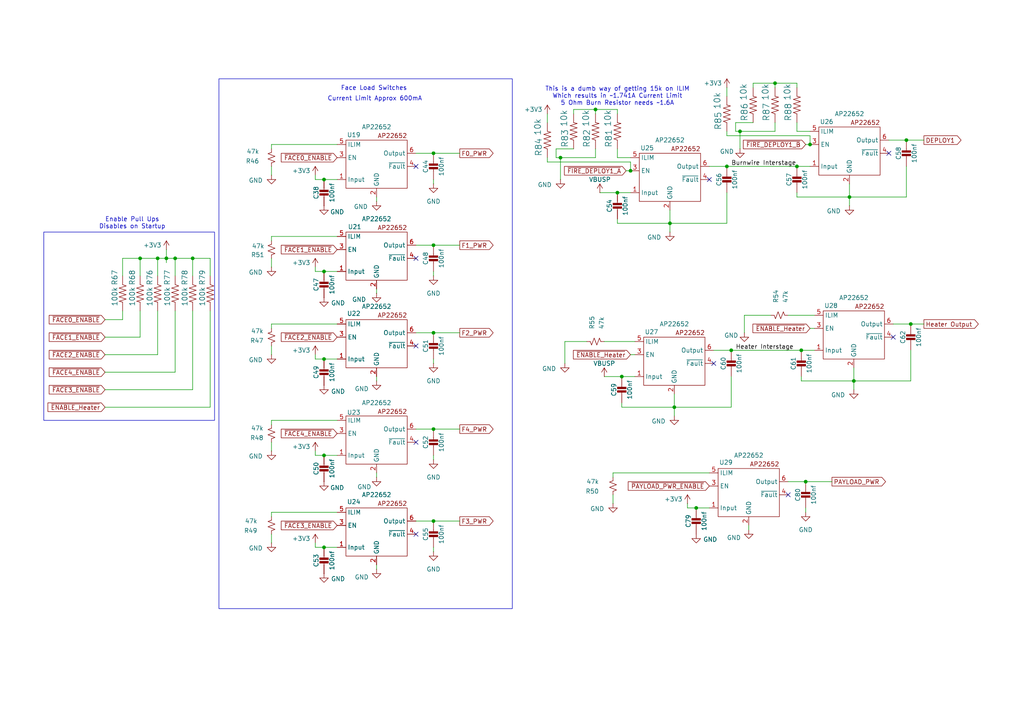
<source format=kicad_sch>
(kicad_sch (version 20250114) (generator "eeschema") (generator_version "9.0")
  (paper "A4")
  (lib_symbols
    (symbol "Adafruit ItsyBitsy RP2040-eagle-import:CAP_CERAMIC_0402NO"
      (property "Reference" "C" (at -2.29 1.25 90))
      (property "Value" "CAP_CERAMIC_0402NO" (at 2.3 1.25 90))
      (symbol "CAP_CERAMIC_0402NO_1_0"
        (rectangle (start -1.27 1.524) (end 1.27 2.032) (fill (type outline)))
        (rectangle (start -1.27 0.508) (end 1.27 1.016) (fill (type outline)))
        (polyline (pts (xy 0 2.54) (xy 0 1.778)) (stroke (width 0.1524)))
        (polyline (pts (xy 0 0.762) (xy 0 0)) (stroke (width 0.1524)))
        (pin passive line (at 0 5.08 270) (length 2.54) (name "1") (number "1"))
        (pin passive line (at 0 -2.54 90) (length 2.54) (name "2") (number "2"))
      )
    )
    (symbol "Device:R_Small_US" (pin_numbers (hide yes)) (pin_names (offset 0.254) (hide yes))
      (property "Reference" "R" (at 0.762 0.508 0))
      (property "Value" "R_Small_US" (at 0.762 -1.016 0))
      (symbol "R_Small_US_1_1"
        (polyline (pts (xy 0 1.524) (xy 1.016 1.143) (xy 0 0.762) (xy -1.016 0.381) (xy 0 0)))
        (polyline (pts (xy 0 0) (xy 1.016 -0.381) (xy 0 -0.762) (xy -1.016 -1.143) (xy 0 -1.524)))
        (pin passive line (at 0 2.54 270) (length 1.016) (name "~") (number "1"))
        (pin passive line (at 0 -2.54 90) (length 1.016) (name "~") (number "2"))
      )
    )
    (symbol "GND_1" (power) (pin_numbers (hide yes)) (pin_names (offset 0) (hide yes))
      (property "Value" "GND" (at 0 -3.81 0))
      (symbol "GND_1_0_1"
        (polyline (pts (xy 0 0) (xy 0 -1.27) (xy 1.27 -1.27) (xy 0 -2.54) (xy -1.27 -1.27) (xy 0 -1.27)))
      )
      (symbol "GND_1_1_1"
        (pin power_in line (at 0 0 270) (length 0) (name "~") (number "1"))
      )
    )
    (symbol "Power_Management:AP22652"
      (property "Reference" "U" (at -7.874 9.906 0))
      (symbol "AP22652_0_1"
        (rectangle (start -8.89 8.89) (end 8.89 -5.08))
      )
      (symbol "AP22652_1_1"
        (text "AP22652" (at 4.572 10.16 0) (effects (font (size 1.27 1.27))))
        (pin input line (at -11.43 7.62 0) (length 2.54) (name "ILIM") (number "5"))
        (pin input line (at -11.43 3.81 0) (length 2.54) (name "EN") (number "3"))
        (pin input line (at -11.43 -2.54 0) (length 2.54) (name "Input") (number "1"))
        (pin input line (at 0 -7.62 90) (length 2.54) (name "GND") (number "2"))
        (pin output line (at 11.43 5.08 180) (length 2.54) (name "Output") (number "6"))
        (pin output line (at 11.43 1.27 180) (length 2.54) (name "~{Fault}") (number "4"))
      )
    )
    (symbol "mainboard:R-US_R0603" (pin_names (offset 1.016))
      (property "Reference" "R" (at -3.81 1.4986 0))
      (property "Value" "R-US_R0603" (at -3.81 -3.302 0))
      (symbol "R-US_R0603_1_0"
        (polyline (pts (xy -2.54 0) (xy -2.159 1.016)))
        (polyline (pts (xy -2.159 1.016) (xy -1.524 -1.016)))
        (polyline (pts (xy -1.524 -1.016) (xy -0.889 1.016)))
        (polyline (pts (xy -0.889 1.016) (xy -0.254 -1.016)))
        (polyline (pts (xy -0.254 -1.016) (xy 0.381 1.016)))
        (polyline (pts (xy 0.381 1.016) (xy 1.016 -1.016)))
        (polyline (pts (xy 1.016 -1.016) (xy 1.651 1.016)))
        (polyline (pts (xy 1.651 1.016) (xy 2.286 -1.016)))
        (polyline (pts (xy 2.286 -1.016) (xy 2.54 0)))
        (pin passive line (at -5.08 0 0) (length 2.54) (name "1") (number "1"))
        (pin passive line (at 5.08 0 180) (length 2.54) (name "2") (number "2"))
      )
    )
    (symbol "mainboard:RESISTOR0603" (pin_names (offset 1.016))
      (property "Reference" "R" (at 0 1.524 0))
      (property "Value" "RESISTOR0603" (at 0 -1.524 0))
      (symbol "RESISTOR0603_1_0"
        (polyline (pts (xy -2.54 0) (xy -2.159 1.016)))
        (polyline (pts (xy -2.159 1.016) (xy -1.524 -1.016)))
        (polyline (pts (xy -1.524 -1.016) (xy -0.889 1.016)))
        (polyline (pts (xy -0.889 1.016) (xy -0.254 -1.016)))
        (polyline (pts (xy -0.254 -1.016) (xy 0.381 1.016)))
        (polyline (pts (xy 0.381 1.016) (xy 1.016 -1.016)))
        (polyline (pts (xy 1.016 -1.016) (xy 1.651 1.016)))
        (polyline (pts (xy 1.651 1.016) (xy 2.286 -1.016)))
        (polyline (pts (xy 2.286 -1.016) (xy 2.54 0)))
        (pin passive line (at -5.08 0 0) (length 2.54) (name "1") (number "1"))
        (pin passive line (at 5.08 0 180) (length 2.54) (name "2") (number "2"))
      )
    )
    (symbol "power:+3V3" (power) (pin_numbers (hide yes)) (pin_names (offset 0) (hide yes))
      (property "Value" "+3V3" (at 0 3.556 0))
      (symbol "+3V3_0_1"
        (polyline (pts (xy -0.762 1.27) (xy 0 2.54)))
        (polyline (pts (xy 0 2.54) (xy 0.762 1.27)))
        (polyline (pts (xy 0 0) (xy 0 2.54)))
      )
      (symbol "+3V3_1_1"
        (pin power_in line (at 0 0 90) (length 0) (name "~") (number "1"))
      )
    )
    (symbol "power:VBUS" (power) (pin_numbers (hide yes)) (pin_names (offset 0) (hide yes))
      (property "Value" "VBUS" (at 0 3.556 0))
      (symbol "VBUS_0_1"
        (polyline (pts (xy -0.762 1.27) (xy 0 2.54)))
        (polyline (pts (xy 0 2.54) (xy 0.762 1.27)))
        (polyline (pts (xy 0 0) (xy 0 2.54)))
      )
      (symbol "VBUS_1_1"
        (pin power_in line (at 0 0 90) (length 0) (name "~") (number "1"))
      )
    )
  )
  (rectangle (start 12.7 67.31) (end 62.23 121.92))
  (rectangle (start 63.5 22.86) (end 148.59 176.53))
  (text "Current Limit Approx 600mA" (at 108.712 28.702 0) (effects (font (size 1.27 1.27))))
  (text "This is a dumb way of getting 15k on ILIM\nWhich results in ~1.741A Current Limit\n5 Ohm Burn Resistor needs ~1.6A" (at 179.07 27.94 0) (effects (font (size 1.27 1.27))))
  (text "Enable Pull Ups\nDisables on Startup" (at 38.354 64.77 0) (effects (font (size 1.27 1.27))))
  (text "Face Load Switches\n" (at 108.458 25.654 0) (effects (font (size 1.27 1.27))))
  (junction (at 45.72 74.93))
  (junction (at 224.79 24.13))
  (junction (at 214.63 38.1))
  (junction (at 125.73 96.52))
  (junction (at 179.07 55.88))
  (junction (at 262.89 40.64))
  (junction (at 201.93 147.32))
  (junction (at 40.64 74.93))
  (junction (at 162.56 45.72))
  (junction (at 180.34 109.22))
  (junction (at 264.16 93.98))
  (junction (at 233.68 139.7))
  (junction (at 212.09 101.6))
  (junction (at 195.58 118.11))
  (junction (at 93.98 132.08))
  (junction (at 93.98 158.75))
  (junction (at 232.41 101.6))
  (junction (at 125.73 124.46))
  (junction (at 93.98 78.74))
  (junction (at 247.65 110.49))
  (junction (at 172.72 31.75))
  (junction (at 246.38 57.15))
  (junction (at 93.98 104.14))
  (junction (at 210.82 48.26))
  (junction (at 194.31 64.77))
  (junction (at 234.95 41.91))
  (junction (at 55.88 74.93))
  (junction (at 182.88 49.53))
  (junction (at 125.73 71.12))
  (junction (at 50.8 74.93))
  (junction (at 125.73 44.45))
  (junction (at 231.14 48.26))
  (junction (at 93.98 52.07))
  (junction (at 125.73 151.13))
  (junction (at 48.26 74.93))
  (no_connect (at 120.65 128.27))
  (no_connect (at 120.65 100.33))
  (no_connect (at 257.81 44.45))
  (no_connect (at 259.08 97.79))
  (no_connect (at 120.65 74.93))
  (no_connect (at 205.74 52.07))
  (no_connect (at 120.65 154.94))
  (no_connect (at 207.01 105.41))
  (no_connect (at 120.65 48.26))
  (no_connect (at 228.6 143.51))
  (wire (pts (xy 163.83 99.06) (xy 163.83 105.41)))
  (wire (pts (xy 233.68 139.7) (xy 241.3 139.7)))
  (wire (pts (xy 262.89 40.64) (xy 267.97 40.64)))
  (wire (pts (xy 78.74 121.92) (xy 97.79 121.92)))
  (wire (pts (xy 232.41 109.22) (xy 232.41 110.49)))
  (wire (pts (xy 40.64 74.93) (xy 40.64 80.01)))
  (wire (pts (xy 210.82 55.88) (xy 210.82 64.77)))
  (wire (pts (xy 218.44 35.56) (xy 213.36 35.56)))
  (wire (pts (xy 50.8 107.95) (xy 50.8 90.17)))
  (wire (pts (xy 125.73 132.08) (xy 125.73 133.35)))
  (wire (pts (xy 213.36 38.1) (xy 214.63 38.1)))
  (wire (pts (xy 78.74 48.26) (xy 78.74 50.8)))
  (wire (pts (xy 35.56 80.01) (xy 35.56 74.93)))
  (wire (pts (xy 182.88 46.99) (xy 158.75 46.99)))
  (wire (pts (xy 233.68 41.91) (xy 234.95 41.91)))
  (wire (pts (xy 93.98 104.14) (xy 97.79 104.14)))
  (wire (pts (xy 212.09 118.11) (xy 195.58 118.11)))
  (wire (pts (xy 30.48 92.71) (xy 35.56 92.71)))
  (wire (pts (xy 78.74 128.27) (xy 78.74 130.81)))
  (wire (pts (xy 210.82 48.26) (xy 231.14 48.26)))
  (wire (pts (xy 97.79 93.98) (xy 78.74 93.98)))
  (wire (pts (xy 40.64 74.93) (xy 45.72 74.93)))
  (wire (pts (xy 60.96 80.01) (xy 60.96 74.93)))
  (wire (pts (xy 91.44 130.81) (xy 91.44 132.08)))
  (wire (pts (xy 35.56 74.93) (xy 40.64 74.93)))
  (wire (pts (xy 120.65 96.52) (xy 125.73 96.52)))
  (wire (pts (xy 182.88 45.72) (xy 179.07 45.72)))
  (wire (pts (xy 55.88 74.93) (xy 50.8 74.93)))
  (wire (pts (xy 91.44 132.08) (xy 93.98 132.08)))
  (wire (pts (xy 231.14 24.13) (xy 224.79 24.13)))
  (wire (pts (xy 161.29 43.18) (xy 161.29 45.72)))
  (wire (pts (xy 199.39 146.05) (xy 199.39 147.32)))
  (wire (pts (xy 177.8 137.16) (xy 177.8 138.43)))
  (wire (pts (xy 194.31 60.96) (xy 194.31 64.77)))
  (wire (pts (xy 205.74 48.26) (xy 210.82 48.26)))
  (wire (pts (xy 120.65 44.45) (xy 125.73 44.45)))
  (wire (pts (xy 78.74 93.98) (xy 78.74 95.25)))
  (wire (pts (xy 264.16 110.49) (xy 247.65 110.49)))
  (wire (pts (xy 180.34 116.84) (xy 180.34 118.11)))
  (wire (pts (xy 125.73 71.12) (xy 133.35 71.12)))
  (wire (pts (xy 158.75 46.99) (xy 158.75 45.72)))
  (wire (pts (xy 60.96 74.93) (xy 55.88 74.93)))
  (wire (pts (xy 218.44 24.13) (xy 218.44 25.4)))
  (wire (pts (xy 246.38 57.15) (xy 246.38 59.69)))
  (wire (pts (xy 195.58 118.11) (xy 195.58 120.65)))
  (wire (pts (xy 179.07 31.75) (xy 172.72 31.75)))
  (wire (pts (xy 161.29 45.72) (xy 162.56 45.72)))
  (wire (pts (xy 231.14 48.26) (xy 234.95 48.26)))
  (wire (pts (xy 93.98 52.07) (xy 97.79 52.07)))
  (wire (pts (xy 179.07 55.88) (xy 182.88 55.88)))
  (wire (pts (xy 45.72 102.87) (xy 45.72 90.17)))
  (wire (pts (xy 162.56 45.72) (xy 172.72 45.72)))
  (wire (pts (xy 125.73 151.13) (xy 133.35 151.13)))
  (wire (pts (xy 78.74 74.93) (xy 78.74 77.47)))
  (wire (pts (xy 210.82 64.77) (xy 194.31 64.77)))
  (wire (pts (xy 246.38 53.34) (xy 246.38 57.15)))
  (wire (pts (xy 231.14 38.1) (xy 231.14 35.56)))
  (wire (pts (xy 40.64 97.79) (xy 40.64 90.17)))
  (wire (pts (xy 109.22 137.16) (xy 109.22 138.43)))
  (wire (pts (xy 97.79 41.91) (xy 78.74 41.91)))
  (wire (pts (xy 264.16 93.98) (xy 267.97 93.98)))
  (wire (pts (xy 207.01 101.6) (xy 212.09 101.6)))
  (wire (pts (xy 30.48 113.03) (xy 55.88 113.03)))
  (wire (pts (xy 45.72 74.93) (xy 45.72 80.01)))
  (wire (pts (xy 179.07 63.5) (xy 179.07 64.77)))
  (wire (pts (xy 231.14 57.15) (xy 246.38 57.15)))
  (wire (pts (xy 199.39 147.32) (xy 201.93 147.32)))
  (wire (pts (xy 60.96 118.11) (xy 30.48 118.11)))
  (wire (pts (xy 91.44 102.87) (xy 91.44 104.14)))
  (wire (pts (xy 262.89 57.15) (xy 246.38 57.15)))
  (wire (pts (xy 78.74 100.33) (xy 78.74 102.87)))
  (wire (pts (xy 259.08 93.98) (xy 264.16 93.98)))
  (wire (pts (xy 55.88 80.01) (xy 55.88 74.93)))
  (wire (pts (xy 213.36 35.56) (xy 213.36 38.1)))
  (wire (pts (xy 78.74 148.59) (xy 78.74 149.86)))
  (wire (pts (xy 48.26 72.39) (xy 48.26 74.93)))
  (wire (pts (xy 172.72 45.72) (xy 172.72 43.18)))
  (wire (pts (xy 125.73 44.45) (xy 133.35 44.45)))
  (wire (pts (xy 48.26 74.93) (xy 50.8 74.93)))
  (wire (pts (xy 210.82 39.37) (xy 210.82 38.1)))
  (wire (pts (xy 179.07 64.77) (xy 194.31 64.77)))
  (wire (pts (xy 195.58 114.3) (xy 195.58 118.11)))
  (wire (pts (xy 182.88 102.87) (xy 184.15 102.87)))
  (wire (pts (xy 247.65 106.68) (xy 247.65 110.49)))
  (wire (pts (xy 60.96 90.17) (xy 60.96 118.11)))
  (wire (pts (xy 233.68 147.32) (xy 233.68 148.59)))
  (wire (pts (xy 91.44 78.74) (xy 93.98 78.74)))
  (wire (pts (xy 48.26 76.2) (xy 48.26 74.93)))
  (wire (pts (xy 172.72 31.75) (xy 166.37 31.75)))
  (wire (pts (xy 30.48 97.79) (xy 40.64 97.79)))
  (wire (pts (xy 93.98 132.08) (xy 97.79 132.08)))
  (wire (pts (xy 231.14 25.4) (xy 231.14 24.13)))
  (wire (pts (xy 257.81 40.64) (xy 262.89 40.64)))
  (wire (pts (xy 247.65 110.49) (xy 247.65 113.03)))
  (wire (pts (xy 163.83 99.06) (xy 170.18 99.06)))
  (wire (pts (xy 125.73 52.07) (xy 125.73 53.34)))
  (wire (pts (xy 228.6 91.44) (xy 236.22 91.44)))
  (wire (pts (xy 97.79 148.59) (xy 78.74 148.59)))
  (wire (pts (xy 214.63 38.1) (xy 214.63 43.18)))
  (wire (pts (xy 194.31 64.77) (xy 194.31 67.31)))
  (wire (pts (xy 109.22 83.82) (xy 109.22 85.09)))
  (wire (pts (xy 91.44 157.48) (xy 91.44 158.75)))
  (wire (pts (xy 231.14 38.1) (xy 234.95 38.1)))
  (wire (pts (xy 232.41 110.49) (xy 247.65 110.49)))
  (wire (pts (xy 166.37 31.75) (xy 166.37 33.02)))
  (wire (pts (xy 30.48 102.87) (xy 45.72 102.87)))
  (wire (pts (xy 215.9 91.44) (xy 215.9 96.52)))
  (wire (pts (xy 264.16 101.6) (xy 264.16 110.49)))
  (wire (pts (xy 78.74 43.18) (xy 78.74 41.91)))
  (wire (pts (xy 55.88 113.03) (xy 55.88 90.17)))
  (wire (pts (xy 177.8 143.51) (xy 177.8 146.05)))
  (wire (pts (xy 91.44 77.47) (xy 91.44 78.74)))
  (wire (pts (xy 172.72 31.75) (xy 172.72 33.02)))
  (wire (pts (xy 91.44 50.8) (xy 91.44 52.07)))
  (wire (pts (xy 173.99 55.88) (xy 179.07 55.88)))
  (wire (pts (xy 109.22 57.15) (xy 109.22 58.42)))
  (wire (pts (xy 232.41 101.6) (xy 236.22 101.6)))
  (wire (pts (xy 125.73 104.14) (xy 125.73 105.41)))
  (wire (pts (xy 125.73 96.52) (xy 133.35 96.52)))
  (wire (pts (xy 215.9 91.44) (xy 223.52 91.44)))
  (wire (pts (xy 180.34 118.11) (xy 195.58 118.11)))
  (wire (pts (xy 50.8 80.01) (xy 50.8 74.93)))
  (wire (pts (xy 78.74 121.92) (xy 78.74 123.19)))
  (wire (pts (xy 30.48 107.95) (xy 50.8 107.95)))
  (wire (pts (xy 205.74 137.16) (xy 177.8 137.16)))
  (wire (pts (xy 120.65 71.12) (xy 125.73 71.12)))
  (wire (pts (xy 234.95 41.91) (xy 234.95 39.37)))
  (wire (pts (xy 91.44 104.14) (xy 93.98 104.14)))
  (wire (pts (xy 125.73 124.46) (xy 133.35 124.46)))
  (wire (pts (xy 201.93 147.32) (xy 205.74 147.32)))
  (wire (pts (xy 228.6 139.7) (xy 233.68 139.7)))
  (wire (pts (xy 175.26 109.22) (xy 180.34 109.22)))
  (wire (pts (xy 78.74 68.58) (xy 97.79 68.58)))
  (wire (pts (xy 162.56 45.72) (xy 162.56 52.07)))
  (wire (pts (xy 125.73 158.75) (xy 125.73 160.02)))
  (wire (pts (xy 214.63 38.1) (xy 224.79 38.1)))
  (wire (pts (xy 234.95 95.25) (xy 236.22 95.25)))
  (wire (pts (xy 91.44 52.07) (xy 93.98 52.07)))
  (wire (pts (xy 120.65 124.46) (xy 125.73 124.46)))
  (wire (pts (xy 45.72 74.93) (xy 48.26 74.93)))
  (wire (pts (xy 125.73 78.74) (xy 125.73 80.01)))
  (wire (pts (xy 262.89 48.26) (xy 262.89 57.15)))
  (wire (pts (xy 234.95 39.37) (xy 210.82 39.37)))
  (wire (pts (xy 158.75 33.02) (xy 158.75 35.56)))
  (wire (pts (xy 179.07 45.72) (xy 179.07 43.18)))
  (wire (pts (xy 35.56 92.71) (xy 35.56 90.17)))
  (wire (pts (xy 166.37 43.18) (xy 161.29 43.18)))
  (wire (pts (xy 224.79 38.1) (xy 224.79 35.56)))
  (wire (pts (xy 78.74 68.58) (xy 78.74 69.85)))
  (wire (pts (xy 212.09 109.22) (xy 212.09 118.11)))
  (wire (pts (xy 78.74 154.94) (xy 78.74 157.48)))
  (wire (pts (xy 91.44 158.75) (xy 93.98 158.75)))
  (wire (pts (xy 180.34 109.22) (xy 184.15 109.22)))
  (wire (pts (xy 212.09 101.6) (xy 232.41 101.6)))
  (wire (pts (xy 175.26 99.06) (xy 184.15 99.06)))
  (wire (pts (xy 224.79 24.13) (xy 224.79 25.4)))
  (wire (pts (xy 182.88 49.53) (xy 182.88 46.99)))
  (wire (pts (xy 217.17 152.4) (xy 217.17 153.67)))
  (wire (pts (xy 181.61 49.53) (xy 182.88 49.53)))
  (wire (pts (xy 109.22 109.22) (xy 109.22 110.49)))
  (wire (pts (xy 179.07 33.02) (xy 179.07 31.75)))
  (wire (pts (xy 224.79 24.13) (xy 218.44 24.13)))
  (wire (pts (xy 120.65 151.13) (xy 125.73 151.13)))
  (wire (pts (xy 93.98 78.74) (xy 97.79 78.74)))
  (wire (pts (xy 93.98 158.75) (xy 97.79 158.75)))
  (wire (pts (xy 109.22 163.83) (xy 109.22 165.1)))
  (wire (pts (xy 210.82 25.4) (xy 210.82 27.94)))
  (wire (pts (xy 231.14 55.88) (xy 231.14 57.15)))
  (label "Burnwire Interstage" (at 212.09 48.26 0))
  (label "Heater Interstage" (at 213.36 101.6 0))
  (global_label "~{FACE0_ENABLE}" (shape input) (at 97.79 45.72 180) (property "Intersheetrefs" "${INTERSHEET_REFS}" (effects (hide yes))))
  (global_label "F3_PWR" (shape output) (at 133.35 151.13 0) (property "Intersheetrefs" "${INTERSHEET_REFS}" (effects (hide yes))))
  (global_label "~{FACE1_ENABLE}" (shape input) (at 97.79 72.39 180) (property "Intersheetrefs" "${INTERSHEET_REFS}" (effects (hide yes))))
  (global_label "DEPLOY1" (shape output) (at 267.97 40.64 0) (property "Intersheetrefs" "${INTERSHEET_REFS}" (effects (hide yes))))
  (global_label "~{PAYLOAD_PWR_ENABLE}" (shape input) (at 205.74 140.97 180) (property "Intersheetrefs" "${INTERSHEET_REFS}" (effects (hide yes))))
  (global_label "Heater Output" (shape output) (at 267.97 93.98 0) (property "Intersheetrefs" "${INTERSHEET_REFS}" (effects (hide yes))))
  (global_label "~{FIRE_DEPLOY1_B}" (shape input) (at 233.68 41.91 180) (property "Intersheetrefs" "${INTERSHEET_REFS}" (effects (hide yes))))
  (global_label "~{FACE1_ENABLE}" (shape input) (at 30.48 97.79 180) (property "Intersheetrefs" "${INTERSHEET_REFS}" (effects (hide yes))))
  (global_label "~{ENABLE_Heater}" (shape input) (at 182.88 102.87 180) (property "Intersheetrefs" "${INTERSHEET_REFS}" (effects (hide yes))))
  (global_label "~{ENABLE_Heater}" (shape input) (at 234.95 95.25 180) (property "Intersheetrefs" "${INTERSHEET_REFS}" (effects (hide yes))))
  (global_label "~{FACE4_ENABLE}" (shape input) (at 97.79 125.73 180) (property "Intersheetrefs" "${INTERSHEET_REFS}" (effects (hide yes))))
  (global_label "F0_PWR" (shape output) (at 133.35 44.45 0) (property "Intersheetrefs" "${INTERSHEET_REFS}" (effects (hide yes))))
  (global_label "~{FACE4_ENABLE}" (shape input) (at 30.48 107.95 180) (property "Intersheetrefs" "${INTERSHEET_REFS}" (effects (hide yes))))
  (global_label "~{FACE3_ENABLE}" (shape input) (at 97.79 152.4 180) (property "Intersheetrefs" "${INTERSHEET_REFS}" (effects (hide yes))))
  (global_label "PAYLOAD_PWR" (shape output) (at 241.3 139.7 0) (property "Intersheetrefs" "${INTERSHEET_REFS}" (effects (hide yes))))
  (global_label "~{FIRE_DEPLOY1_A}" (shape input) (at 181.61 49.53 180) (property "Intersheetrefs" "${INTERSHEET_REFS}" (effects (hide yes))))
  (global_label "~{FACE2_ENABLE}" (shape input) (at 30.48 102.87 180) (property "Intersheetrefs" "${INTERSHEET_REFS}" (effects (hide yes))))
  (global_label "F1_PWR" (shape output) (at 133.35 71.12 0) (property "Intersheetrefs" "${INTERSHEET_REFS}" (effects (hide yes))))
  (global_label "F4_PWR" (shape output) (at 133.35 124.46 0) (property "Intersheetrefs" "${INTERSHEET_REFS}" (effects (hide yes))))
  (global_label "~{FACE0_ENABLE}" (shape input) (at 30.48 92.71 180) (property "Intersheetrefs" "${INTERSHEET_REFS}" (effects (hide yes))))
  (global_label "F2_PWR" (shape output) (at 133.35 96.52 0) (property "Intersheetrefs" "${INTERSHEET_REFS}" (effects (hide yes))))
  (global_label "~{FACE3_ENABLE}" (shape input) (at 30.48 113.03 180) (property "Intersheetrefs" "${INTERSHEET_REFS}" (effects (hide yes))))
  (global_label "~{ENABLE_Heater}" (shape input) (at 30.48 118.11 180) (property "Intersheetrefs" "${INTERSHEET_REFS}" (effects (hide yes))))
  (global_label "~{FACE2_ENABLE}" (shape input) (at 97.79 97.79 180) (property "Intersheetrefs" "${INTERSHEET_REFS}" (effects (hide yes))))
  (symbol (lib_id "Device:R_Small_US") (at 226.06 91.44 90) (mirror x) (unit 1)
    (property "Reference" "R54" (at 225.044 87.884 0) (effects (justify right)))
    (property "Value" "47k" (at 227.838 87.884 0) (effects (justify right)))
    (property "Footprint" "Resistor_SMD:R_0603_1608Metric" (effects (hide yes)))
    (property "Description" "47 kOhms ±1% 0.1W, 1/10W Chip Resistor 0603 (1608 Metric) Automotive AEC-Q200 Thick Film" (effects (hide yes)))
    (property "DPN" "RMCF0603FT47K0CT-ND" (effects (hide yes)))
    (property "DST" "Digi-Key" (effects (hide yes)))
    (property "MFR" "Stackpole Electronics Inc" (effects (hide yes)))
    (property "MPN" "RMCF0603FT47K0" (effects (hide yes)))
  )
  (symbol (lib_name "GND_1") (lib_id "power:GND") (at 78.74 50.8 0) (unit 1)
    (property "Reference" "#PWR0133" (effects (hide yes)))
    (property "Value" "GND" (at 74.168 52.324 0))
    (property "Description" "Power symbol creates a global label with name \"GND\" , ground" (effects (hide yes)))
  )
  (symbol (lib_name "GND_1") (lib_id "power:GND") (at 215.9 96.52 0) (unit 1)
    (property "Reference" "#PWR0154" (effects (hide yes)))
    (property "Value" "GND" (at 212.09 97.282 0))
    (property "Description" "Power symbol creates a global label with name \"GND\" , ground" (effects (hide yes)))
  )
  (symbol (lib_id "Adafruit ItsyBitsy RP2040-eagle-import:CAP_CERAMIC_0402NO") (at 179.07 60.96 0) (unit 1)
    (property "Reference" "C54" (at 176.78 59.71 90))
    (property "Value" "100nf" (at 181.37 59.71 90))
    (property "Footprint" "Capacitor_SMD:C_0402_1005Metric" (effects (hide yes)))
  )
  (symbol (lib_id "power:+3V3") (at 199.39 146.05 0) (unit 1)
    (property "Reference" "#PWR0161" (effects (hide yes)))
    (property "Value" "+3V3" (at 195.326 144.78 0))
    (property "Description" "Power symbol creates a global label with name \"+3V3\"" (effects (hide yes)))
  )
  (symbol (lib_name "GND_1") (lib_id "power:GND") (at 93.98 111.76 0) (unit 1)
    (property "Reference" "#PWR0127" (effects (hide yes)))
    (property "Value" "GND" (at 98.044 113.538 0))
    (property "Description" "Power symbol creates a global label with name \"GND\" , ground" (effects (hide yes)))
  )
  (symbol (lib_id "Power_Management:AP22652") (at 246.38 45.72 0) (unit 1)
    (property "Reference" "U26" (at 239.776 35.306 0))
    (property "Value" "AP22652" (at 246.38 33.02 0))
    (property "Footprint" "SOT26:SOT26" (effects (hide yes)))
  )
  (symbol (lib_id "mainboard:RESISTOR0603") (at 166.37 38.1 90) (unit 1)
    (property "Reference" "R83" (at 164.846 40.132 0) (effects (font (size 1.778 1.778)) (justify bottom)))
    (property "Value" "10k" (at 162.56 34.29 0) (effects (font (size 1.778 1.778)) (justify top)))
    (property "Footprint" "Resistor_SMD:R_0603_1608Metric" (effects (hide yes)))
    (property "Description" "100K 0603" (effects (hide yes)))
  )
  (symbol (lib_id "Adafruit ItsyBitsy RP2040-eagle-import:CAP_CERAMIC_0402NO") (at 125.73 129.54 0) (unit 1)
    (property "Reference" "C52" (at 123.44 128.29 90))
    (property "Value" "100nf" (at 128.03 128.29 90))
    (property "Footprint" "Capacitor_SMD:C_0402_1005Metric" (effects (hide yes)))
  )
  (symbol (lib_id "Adafruit ItsyBitsy RP2040-eagle-import:CAP_CERAMIC_0402NO") (at 210.82 53.34 0) (unit 1)
    (property "Reference" "C56" (at 208.53 52.09 90))
    (property "Value" "100nf" (at 213.12 52.09 90))
    (property "Footprint" "Capacitor_SMD:C_0402_1005Metric" (effects (hide yes)))
  )
  (symbol (lib_id "mainboard:RESISTOR0603") (at 179.07 38.1 90) (unit 1)
    (property "Reference" "R81" (at 177.546 40.132 0) (effects (font (size 1.778 1.778)) (justify bottom)))
    (property "Value" "10k" (at 175.26 34.29 0) (effects (font (size 1.778 1.778)) (justify top)))
    (property "Footprint" "Resistor_SMD:R_0603_1608Metric" (effects (hide yes)))
    (property "Description" "100K 0603" (effects (hide yes)))
  )
  (symbol (lib_id "Device:R_Small_US") (at 78.74 97.79 0) (mirror x) (unit 1)
    (property "Reference" "R47" (at 76.454 98.806 0) (effects (justify right)))
    (property "Value" "47k" (at 76.454 96.012 0) (effects (justify right)))
    (property "Footprint" "Resistor_SMD:R_0603_1608Metric" (effects (hide yes)))
    (property "Description" "47 kOhms ±1% 0.1W, 1/10W Chip Resistor 0603 (1608 Metric) Automotive AEC-Q200 Thick Film" (effects (hide yes)))
    (property "DPN" "RMCF0603FT47K0CT-ND" (effects (hide yes)))
    (property "DST" "Digi-Key" (effects (hide yes)))
    (property "MFR" "Stackpole Electronics Inc" (effects (hide yes)))
    (property "MPN" "RMCF0603FT47K0" (effects (hide yes)))
  )
  (symbol (lib_id "Power_Management:AP22652") (at 217.17 144.78 0) (unit 1)
    (property "Reference" "U29" (at 210.566 134.112 0))
    (property "Value" "AP22652" (at 217.17 132.08 0))
    (property "Footprint" "SOT26:SOT26" (effects (hide yes)))
  )
  (symbol (lib_id "mainboard:R-US_R0603") (at 55.88 85.09 270) (unit 1)
    (property "Reference" "R78" (at 53.594 82.804 0) (effects (font (size 1.4986 1.4986)) (justify right)))
    (property "Value" "100k" (at 53.594 88.9 0) (effects (font (size 1.4986 1.4986)) (justify right)))
    (property "Footprint" "Resistor_SMD:R_0603_1608Metric" (effects (hide yes)))
    (property "Description" "787K 0603" (effects (hide yes)))
  )
  (symbol (lib_name "GND_1") (lib_id "power:GND") (at 109.22 85.09 0) (unit 1)
    (property "Reference" "#PWR0123" (effects (hide yes)))
    (property "Value" "GND" (at 104.14 86.868 0))
    (property "Description" "Power symbol creates a global label with name \"GND\" , ground" (effects (hide yes)))
  )
  (symbol (lib_id "Power_Management:AP22652") (at 109.22 101.6 0) (unit 1)
    (property "Reference" "U22" (at 102.616 90.932 0))
    (property "Value" "AP22652" (at 109.22 88.9 0))
    (property "Footprint" "SOT26:SOT26" (effects (hide yes)))
  )
  (symbol (lib_name "GND_1") (lib_id "power:GND") (at 194.31 67.31 0) (unit 1)
    (property "Reference" "#PWR0145" (effects (hide yes)))
    (property "Value" "GND" (at 189.738 68.834 0))
    (property "Description" "Power symbol creates a global label with name \"GND\" , ground" (effects (hide yes)))
  )
  (symbol (lib_name "GND_1") (lib_id "power:GND") (at 93.98 166.37 0) (unit 1)
    (property "Reference" "#PWR0136" (effects (hide yes)))
    (property "Value" "GND" (at 98.044 167.894 0))
    (property "Description" "Power symbol creates a global label with name \"GND\" , ground" (effects (hide yes)))
  )
  (symbol (lib_name "GND_1") (lib_id "power:GND") (at 125.73 160.02 0) (unit 1)
    (property "Reference" "#PWR0140" (effects (hide yes)))
    (property "Value" "GND" (at 125.73 165.1 0))
    (property "Description" "Power symbol creates a global label with name \"GND\" , ground" (effects (hide yes)))
  )
  (symbol (lib_name "GND_1") (lib_id "power:GND") (at 109.22 58.42 0) (unit 1)
    (property "Reference" "#PWR0117" (effects (hide yes)))
    (property "Value" "GND" (at 104.648 59.944 0))
    (property "Description" "Power symbol creates a global label with name \"GND\" , ground" (effects (hide yes)))
  )
  (symbol (lib_name "GND_1") (lib_id "power:GND") (at 93.98 59.69 0) (unit 1)
    (property "Reference" "#PWR0119" (effects (hide yes)))
    (property "Value" "GND" (at 97.79 61.468 0))
    (property "Description" "Power symbol creates a global label with name \"GND\" , ground" (effects (hide yes)))
  )
  (symbol (lib_id "power:+3V3") (at 48.26 72.39 0) (unit 1)
    (property "Reference" "#PWR0149" (effects (hide yes)))
    (property "Value" "+3V3" (at 44.196 71.12 0))
    (property "Description" "Power symbol creates a global label with name \"+3V3\"" (effects (hide yes)))
  )
  (symbol (lib_name "GND_1") (lib_id "power:GND") (at 93.98 139.7 0) (unit 1)
    (property "Reference" "#PWR0128" (effects (hide yes)))
    (property "Value" "GND" (at 97.79 141.478 0))
    (property "Description" "Power symbol creates a global label with name \"GND\" , ground" (effects (hide yes)))
  )
  (symbol (lib_id "Adafruit ItsyBitsy RP2040-eagle-import:CAP_CERAMIC_0402NO") (at 262.89 45.72 0) (unit 1)
    (property "Reference" "C58" (at 260.6 44.47 90))
    (property "Value" "100nf" (at 265.19 44.47 90))
    (property "Footprint" "Capacitor_SMD:C_0402_1005Metric" (effects (hide yes)))
  )
  (symbol (lib_id "power:+3V3") (at 91.44 77.47 0) (unit 1)
    (property "Reference" "#PWR0121" (effects (hide yes)))
    (property "Value" "+3V3" (at 87.376 76.2 0))
    (property "Description" "Power symbol creates a global label with name \"+3V3\"" (effects (hide yes)))
  )
  (symbol (lib_id "Power_Management:AP22652") (at 109.22 129.54 0) (unit 1)
    (property "Reference" "U23" (at 102.616 119.634 0))
    (property "Value" "AP22652" (at 109.22 116.84 0))
    (property "Footprint" "SOT26:SOT26" (effects (hide yes)))
  )
  (symbol (lib_id "Adafruit ItsyBitsy RP2040-eagle-import:CAP_CERAMIC_0402NO") (at 93.98 83.82 0) (unit 1)
    (property "Reference" "C47" (at 91.69 82.57 90))
    (property "Value" "100nf" (at 96.28 82.57 90))
    (property "Footprint" "Capacitor_SMD:C_0402_1005Metric" (effects (hide yes)))
  )
  (symbol (lib_id "Device:R_Small_US") (at 78.74 152.4 0) (mirror x) (unit 1)
    (property "Reference" "R49" (at 74.676 153.924 0) (effects (justify right)))
    (property "Value" "47k" (at 74.676 151.13 0) (effects (justify right)))
    (property "Footprint" "Resistor_SMD:R_0603_1608Metric" (effects (hide yes)))
    (property "Description" "47 kOhms ±1% 0.1W, 1/10W Chip Resistor 0603 (1608 Metric) Automotive AEC-Q200 Thick Film" (effects (hide yes)))
    (property "DPN" "RMCF0603FT47K0CT-ND" (effects (hide yes)))
    (property "DST" "Digi-Key" (effects (hide yes)))
    (property "MFR" "Stackpole Electronics Inc" (effects (hide yes)))
    (property "MPN" "RMCF0603FT47K0" (effects (hide yes)))
  )
  (symbol (lib_id "Adafruit ItsyBitsy RP2040-eagle-import:CAP_CERAMIC_0402NO") (at 264.16 99.06 0) (unit 1)
    (property "Reference" "C62" (at 261.87 97.81 90))
    (property "Value" "100nf" (at 266.46 97.81 90))
    (property "Footprint" "Capacitor_SMD:C_0402_1005Metric" (effects (hide yes)))
  )
  (symbol (lib_name "GND_1") (lib_id "power:GND") (at 233.68 148.59 0) (unit 1)
    (property "Reference" "#PWR0164" (effects (hide yes)))
    (property "Value" "GND" (at 233.68 153.67 0))
    (property "Description" "Power symbol creates a global label with name \"GND\" , ground" (effects (hide yes)))
  )
  (symbol (lib_name "GND_1") (lib_id "power:GND") (at 125.73 53.34 0) (unit 1)
    (property "Reference" "#PWR0118" (effects (hide yes)))
    (property "Value" "GND" (at 125.73 58.42 0))
    (property "Description" "Power symbol creates a global label with name \"GND\" , ground" (effects (hide yes)))
  )
  (symbol (lib_name "GND_1") (lib_id "power:GND") (at 201.93 154.94 0) (unit 1)
    (property "Reference" "#PWR0162" (effects (hide yes)))
    (property "Value" "GND" (at 205.994 156.464 0))
    (property "Description" "Power symbol creates a global label with name \"GND\" , ground" (effects (hide yes)))
  )
  (symbol (lib_id "mainboard:RESISTOR0603") (at 172.72 38.1 90) (unit 1)
    (property "Reference" "R82" (at 171.196 40.132 0) (effects (font (size 1.778 1.778)) (justify bottom)))
    (property "Value" "10k" (at 168.91 34.29 0) (effects (font (size 1.778 1.778)) (justify top)))
    (property "Footprint" "Resistor_SMD:R_0603_1608Metric" (effects (hide yes)))
    (property "Description" "100K 0603" (effects (hide yes)))
  )
  (symbol (lib_id "Adafruit ItsyBitsy RP2040-eagle-import:CAP_CERAMIC_0402NO") (at 93.98 57.15 0) (unit 1)
    (property "Reference" "C38" (at 91.69 55.9 90))
    (property "Value" "100nf" (at 96.28 55.9 90))
    (property "Footprint" "Capacitor_SMD:C_0402_1005Metric" (effects (hide yes)))
  )
  (symbol (lib_id "power:+3V3") (at 91.44 50.8 0) (unit 1)
    (property "Reference" "#PWR0120" (effects (hide yes)))
    (property "Value" "+3V3" (at 87.376 49.53 0))
    (property "Description" "Power symbol creates a global label with name \"+3V3\"" (effects (hide yes)))
  )
  (symbol (lib_id "mainboard:R-US_R0603") (at 50.8 85.09 270) (unit 1)
    (property "Reference" "R77" (at 48.514 82.804 0) (effects (font (size 1.4986 1.4986)) (justify right)))
    (property "Value" "100k" (at 48.514 88.9 0) (effects (font (size 1.4986 1.4986)) (justify right)))
    (property "Footprint" "Resistor_SMD:R_0603_1608Metric" (effects (hide yes)))
    (property "Description" "787K 0603" (effects (hide yes)))
  )
  (symbol (lib_id "Device:R_Small_US") (at 78.74 125.73 0) (mirror x) (unit 1)
    (property "Reference" "R48" (at 76.454 127 0) (effects (justify right)))
    (property "Value" "47k" (at 76.454 124.206 0) (effects (justify right)))
    (property "Footprint" "Resistor_SMD:R_0603_1608Metric" (effects (hide yes)))
    (property "Description" "47 kOhms ±1% 0.1W, 1/10W Chip Resistor 0603 (1608 Metric) Automotive AEC-Q200 Thick Film" (effects (hide yes)))
    (property "DPN" "RMCF0603FT47K0CT-ND" (effects (hide yes)))
    (property "DST" "Digi-Key" (effects (hide yes)))
    (property "MFR" "Stackpole Electronics Inc" (effects (hide yes)))
    (property "MPN" "RMCF0603FT47K0" (effects (hide yes)))
  )
  (symbol (lib_id "Adafruit ItsyBitsy RP2040-eagle-import:CAP_CERAMIC_0402NO") (at 125.73 156.21 0) (unit 1)
    (property "Reference" "C55" (at 123.44 154.96 90))
    (property "Value" "100nf" (at 128.03 154.96 90))
    (property "Footprint" "Capacitor_SMD:C_0402_1005Metric" (effects (hide yes)))
  )
  (symbol (lib_name "GND_1") (lib_id "power:GND") (at 246.38 59.69 0) (unit 1)
    (property "Reference" "#PWR0146" (effects (hide yes)))
    (property "Value" "GND" (at 241.808 61.214 0))
    (property "Description" "Power symbol creates a global label with name \"GND\" , ground" (effects (hide yes)))
  )
  (symbol (lib_id "Power_Management:AP22652") (at 109.22 156.21 0) (unit 1)
    (property "Reference" "U24" (at 102.616 145.542 0))
    (property "Value" "AP22652" (at 109.22 143.51 0))
    (property "Footprint" "SOT26:SOT26" (effects (hide yes)))
  )
  (symbol (lib_id "Adafruit ItsyBitsy RP2040-eagle-import:CAP_CERAMIC_0402NO") (at 233.68 144.78 0) (unit 1)
    (property "Reference" "C80" (at 231.39 143.53 90))
    (property "Value" "100nf" (at 235.98 143.53 90))
    (property "Footprint" "Capacitor_SMD:C_0402_1005Metric" (effects (hide yes)))
  )
  (symbol (lib_id "Power_Management:AP22652") (at 109.22 76.2 0) (unit 1)
    (property "Reference" "U21" (at 102.87 65.786 0))
    (property "Value" "AP22652" (at 109.22 63.5 0))
    (property "Footprint" "SOT26:SOT26" (effects (hide yes)))
  )
  (symbol (lib_name "GND_1") (lib_id "power:GND") (at 78.74 130.81 0) (unit 1)
    (property "Reference" "#PWR0137" (effects (hide yes)))
    (property "Value" "GND" (at 74.168 132.334 0))
    (property "Description" "Power symbol creates a global label with name \"GND\" , ground" (effects (hide yes)))
  )
  (symbol (lib_id "Adafruit ItsyBitsy RP2040-eagle-import:CAP_CERAMIC_0402NO") (at 93.98 109.22 0) (unit 1)
    (property "Reference" "C49" (at 91.69 107.97 90))
    (property "Value" "100nf" (at 96.28 107.97 90))
    (property "Footprint" "Capacitor_SMD:C_0402_1005Metric" (effects (hide yes)))
  )
  (symbol (lib_id "Adafruit ItsyBitsy RP2040-eagle-import:CAP_CERAMIC_0402NO") (at 93.98 137.16 0) (unit 1)
    (property "Reference" "C50" (at 91.69 135.91 90))
    (property "Value" "100nf" (at 96.28 135.91 90))
    (property "Footprint" "Capacitor_SMD:C_0402_1005Metric" (effects (hide yes)))
  )
  (symbol (lib_name "GND_1") (lib_id "power:GND") (at 78.74 102.87 0) (unit 1)
    (property "Reference" "#PWR0141" (effects (hide yes)))
    (property "Value" "GND" (at 74.168 104.394 0))
    (property "Description" "Power symbol creates a global label with name \"GND\" , ground" (effects (hide yes)))
  )
  (symbol (lib_id "power:VBUS") (at 173.99 55.88 0) (unit 1)
    (property "Reference" "#PWR078" (effects (hide yes)))
    (property "Value" "VBUSP" (at 173.99 52.07 0))
    (property "Description" "Power symbol creates a global label with name \"VBUS\"" (effects (hide yes)))
  )
  (symbol (lib_name "GND_1") (lib_id "power:GND") (at 78.74 77.47 0) (unit 1)
    (property "Reference" "#PWR0135" (effects (hide yes)))
    (property "Value" "GND" (at 74.168 78.994 0))
    (property "Description" "Power symbol creates a global label with name \"GND\" , ground" (effects (hide yes)))
  )
  (symbol (lib_id "Adafruit ItsyBitsy RP2040-eagle-import:CAP_CERAMIC_0402NO") (at 125.73 49.53 0) (unit 1)
    (property "Reference" "C44" (at 123.44 48.28 90))
    (property "Value" "100nf" (at 128.03 48.28 90))
    (property "Footprint" "Capacitor_SMD:C_0402_1005Metric" (effects (hide yes)))
  )
  (symbol (lib_id "Device:R_Small_US") (at 172.72 99.06 90) (mirror x) (unit 1)
    (property "Reference" "R55" (at 171.704 95.504 0) (effects (justify right)))
    (property "Value" "47k" (at 174.498 95.504 0) (effects (justify right)))
    (property "Footprint" "Resistor_SMD:R_0603_1608Metric" (effects (hide yes)))
    (property "Description" "47 kOhms ±1% 0.1W, 1/10W Chip Resistor 0603 (1608 Metric) Automotive AEC-Q200 Thick Film" (effects (hide yes)))
    (property "DPN" "RMCF0603FT47K0CT-ND" (effects (hide yes)))
    (property "DST" "Digi-Key" (effects (hide yes)))
    (property "MFR" "Stackpole Electronics Inc" (effects (hide yes)))
    (property "MPN" "RMCF0603FT47K0" (effects (hide yes)))
  )
  (symbol (lib_id "Device:R_Small_US") (at 78.74 72.39 0) (mirror x) (unit 1)
    (property "Reference" "R51" (at 76.708 73.914 0) (effects (justify right)))
    (property "Value" "47k" (at 76.708 71.374 0) (effects (justify right)))
    (property "Footprint" "Resistor_SMD:R_0603_1608Metric" (effects (hide yes)))
    (property "Description" "47 kOhms ±1% 0.1W, 1/10W Chip Resistor 0603 (1608 Metric) Automotive AEC-Q200 Thick Film" (effects (hide yes)))
    (property "DPN" "RMCF0603FT47K0CT-ND" (effects (hide yes)))
    (property "DST" "Digi-Key" (effects (hide yes)))
    (property "MFR" "Stackpole Electronics Inc" (effects (hide yes)))
    (property "MPN" "RMCF0603FT47K0" (effects (hide yes)))
  )
  (symbol (lib_id "Power_Management:AP22652") (at 109.22 49.53 0) (unit 1)
    (property "Reference" "U19" (at 102.616 39.116 0))
    (property "Value" "AP22652" (at 109.22 36.83 0))
    (property "Footprint" "SOT26:SOT26" (effects (hide yes)))
  )
  (symbol (lib_id "Adafruit ItsyBitsy RP2040-eagle-import:CAP_CERAMIC_0402NO") (at 201.93 152.4 0) (unit 1)
    (property "Reference" "C79" (at 199.64 151.15 90))
    (property "Value" "100nf" (at 204.23 151.15 90))
    (property "Footprint" "Capacitor_SMD:C_0402_1005Metric" (effects (hide yes)))
  )
  (symbol (lib_id "mainboard:RESISTOR0603") (at 158.75 40.64 90) (unit 1)
    (property "Reference" "R84" (at 157.226 42.672 0) (effects (font (size 1.778 1.778)) (justify bottom)))
    (property "Value" "10k" (at 154.94 36.83 0) (effects (font (size 1.778 1.778)) (justify top)))
    (property "Footprint" "Resistor_SMD:R_0603_1608Metric" (effects (hide yes)))
    (property "Description" "100K 0603" (effects (hide yes)))
  )
  (symbol (lib_name "GND_1") (lib_id "power:GND") (at 195.58 120.65 0) (unit 1)
    (property "Reference" "#PWR0152" (effects (hide yes)))
    (property "Value" "GND" (at 191.008 122.174 0))
    (property "Description" "Power symbol creates a global label with name \"GND\" , ground" (effects (hide yes)))
  )
  (symbol (lib_id "Adafruit ItsyBitsy RP2040-eagle-import:CAP_CERAMIC_0402NO") (at 212.09 106.68 0) (unit 1)
    (property "Reference" "C60" (at 209.8 105.43 90))
    (property "Value" "100nf" (at 214.39 105.43 90))
    (property "Footprint" "Capacitor_SMD:C_0402_1005Metric" (effects (hide yes)))
  )
  (symbol (lib_name "GND_1") (lib_id "power:GND") (at 109.22 110.49 0) (unit 1)
    (property "Reference" "#PWR0129" (effects (hide yes)))
    (property "Value" "GND" (at 104.902 112.776 0))
    (property "Description" "Power symbol creates a global label with name \"GND\" , ground" (effects (hide yes)))
  )
  (symbol (lib_id "Adafruit ItsyBitsy RP2040-eagle-import:CAP_CERAMIC_0402NO") (at 125.73 76.2 0) (unit 1)
    (property "Reference" "C48" (at 123.44 74.95 90))
    (property "Value" "100nf" (at 128.03 74.95 90))
    (property "Footprint" "Capacitor_SMD:C_0402_1005Metric" (effects (hide yes)))
  )
  (symbol (lib_id "mainboard:RESISTOR0603") (at 218.44 30.48 90) (unit 1)
    (property "Reference" "R86" (at 216.916 32.512 0) (effects (font (size 1.778 1.778)) (justify bottom)))
    (property "Value" "10k" (at 214.63 26.67 0) (effects (font (size 1.778 1.778)) (justify top)))
    (property "Footprint" "Resistor_SMD:R_0603_1608Metric" (effects (hide yes)))
    (property "Description" "100K 0603" (effects (hide yes)))
  )
  (symbol (lib_name "GND_1") (lib_id "power:GND") (at 109.22 165.1 0) (unit 1)
    (property "Reference" "#PWR0138" (effects (hide yes)))
    (property "Value" "GND" (at 104.902 167.386 0))
    (property "Description" "Power symbol creates a global label with name \"GND\" , ground" (effects (hide yes)))
  )
  (symbol (lib_id "Adafruit ItsyBitsy RP2040-eagle-import:CAP_CERAMIC_0402NO") (at 93.98 163.83 0) (unit 1)
    (property "Reference" "C53" (at 91.69 162.58 90))
    (property "Value" "100nf" (at 96.28 162.58 90))
    (property "Footprint" "Capacitor_SMD:C_0402_1005Metric" (effects (hide yes)))
  )
  (symbol (lib_id "Adafruit ItsyBitsy RP2040-eagle-import:CAP_CERAMIC_0402NO") (at 231.14 53.34 0) (unit 1)
    (property "Reference" "C57" (at 228.85 52.09 90))
    (property "Value" "100nf" (at 233.44 52.09 90))
    (property "Footprint" "Capacitor_SMD:C_0402_1005Metric" (effects (hide yes)))
  )
  (symbol (lib_name "GND_1") (lib_id "power:GND") (at 177.8 146.05 0) (unit 1)
    (property "Reference" "#PWR0160" (effects (hide yes)))
    (property "Value" "GND" (at 173.228 147.574 0))
    (property "Description" "Power symbol creates a global label with name \"GND\" , ground" (effects (hide yes)))
  )
  (symbol (lib_id "power:+3V3") (at 91.44 157.48 0) (unit 1)
    (property "Reference" "#PWR0134" (effects (hide yes)))
    (property "Value" "+3V3" (at 87.376 156.21 0))
    (property "Description" "Power symbol creates a global label with name \"+3V3\"" (effects (hide yes)))
  )
  (symbol (lib_id "power:VBUS") (at 175.26 109.22 0) (unit 1)
    (property "Reference" "#PWR092" (effects (hide yes)))
    (property "Value" "VBUSP" (at 175.26 105.41 0))
    (property "Description" "Power symbol creates a global label with name \"VBUS\"" (effects (hide yes)))
  )
  (symbol (lib_name "GND_1") (lib_id "power:GND") (at 214.63 43.18 0) (unit 1)
    (property "Reference" "#PWR0144" (effects (hide yes)))
    (property "Value" "GND" (at 210.82 43.942 0))
    (property "Description" "Power symbol creates a global label with name \"GND\" , ground" (effects (hide yes)))
  )
  (symbol (lib_id "power:+3V3") (at 158.75 33.02 0) (unit 1)
    (property "Reference" "#PWR0147" (effects (hide yes)))
    (property "Value" "+3V3" (at 154.686 31.75 0))
    (property "Description" "Power symbol creates a global label with name \"+3V3\"" (effects (hide yes)))
  )
  (symbol (lib_id "Adafruit ItsyBitsy RP2040-eagle-import:CAP_CERAMIC_0402NO") (at 125.73 101.6 0) (unit 1)
    (property "Reference" "C51" (at 123.44 100.35 90))
    (property "Value" "100nf" (at 128.03 100.35 90))
    (property "Footprint" "Capacitor_SMD:C_0402_1005Metric" (effects (hide yes)))
  )
  (symbol (lib_id "mainboard:RESISTOR0603") (at 210.82 33.02 90) (unit 1)
    (property "Reference" "R85" (at 209.296 35.052 0) (effects (font (size 1.778 1.778)) (justify bottom)))
    (property "Value" "10k" (at 207.01 29.21 0) (effects (font (size 1.778 1.778)) (justify top)))
    (property "Footprint" "Resistor_SMD:R_0603_1608Metric" (effects (hide yes)))
    (property "Description" "100K 0603" (effects (hide yes)))
  )
  (symbol (lib_id "mainboard:RESISTOR0603") (at 224.79 30.48 90) (unit 1)
    (property "Reference" "R87" (at 223.266 32.512 0) (effects (font (size 1.778 1.778)) (justify bottom)))
    (property "Value" "10k" (at 220.98 26.67 0) (effects (font (size 1.778 1.778)) (justify top)))
    (property "Footprint" "Resistor_SMD:R_0603_1608Metric" (effects (hide yes)))
    (property "Description" "100K 0603" (effects (hide yes)))
  )
  (symbol (lib_id "mainboard:R-US_R0603") (at 60.96 85.09 270) (unit 1)
    (property "Reference" "R79" (at 58.674 82.804 0) (effects (font (size 1.4986 1.4986)) (justify right)))
    (property "Value" "100k" (at 58.674 88.9 0) (effects (font (size 1.4986 1.4986)) (justify right)))
    (property "Footprint" "Resistor_SMD:R_0603_1608Metric" (effects (hide yes)))
    (property "Description" "787K 0603" (effects (hide yes)))
  )
  (symbol (lib_name "GND_1") (lib_id "power:GND") (at 163.83 105.41 0) (unit 1)
    (property "Reference" "#PWR0151" (effects (hide yes)))
    (property "Value" "GND" (at 159.258 106.934 0))
    (property "Description" "Power symbol creates a global label with name \"GND\" , ground" (effects (hide yes)))
  )
  (symbol (lib_name "GND_1") (lib_id "power:GND") (at 247.65 113.03 0) (unit 1)
    (property "Reference" "#PWR0155" (effects (hide yes)))
    (property "Value" "GND" (at 243.078 114.554 0))
    (property "Description" "Power symbol creates a global label with name \"GND\" , ground" (effects (hide yes)))
  )
  (symbol (lib_name "GND_1") (lib_id "power:GND") (at 125.73 105.41 0) (unit 1)
    (property "Reference" "#PWR0131" (effects (hide yes)))
    (property "Value" "GND" (at 125.73 110.49 0))
    (property "Description" "Power symbol creates a global label with name \"GND\" , ground" (effects (hide yes)))
  )
  (symbol (lib_id "mainboard:R-US_R0603") (at 40.64 85.09 270) (unit 1)
    (property "Reference" "R68" (at 38.354 82.804 0) (effects (font (size 1.4986 1.4986)) (justify right)))
    (property "Value" "100k" (at 38.354 88.9 0) (effects (font (size 1.4986 1.4986)) (justify right)))
    (property "Footprint" "Resistor_SMD:R_0603_1608Metric" (effects (hide yes)))
    (property "Description" "787K 0603" (effects (hide yes)))
  )
  (symbol (lib_id "power:+3V3") (at 91.44 130.81 0) (unit 1)
    (property "Reference" "#PWR0126" (effects (hide yes)))
    (property "Value" "+3V3" (at 87.376 129.54 0))
    (property "Description" "Power symbol creates a global label with name \"+3V3\"" (effects (hide yes)))
  )
  (symbol (lib_id "mainboard:R-US_R0603") (at 35.56 85.09 270) (unit 1)
    (property "Reference" "R67" (at 33.274 82.804 0) (effects (font (size 1.4986 1.4986)) (justify right)))
    (property "Value" "100k" (at 33.274 88.9 0) (effects (font (size 1.4986 1.4986)) (justify right)))
    (property "Footprint" "Resistor_SMD:R_0603_1608Metric" (effects (hide yes)))
    (property "Description" "787K 0603" (effects (hide yes)))
  )
  (symbol (lib_id "Adafruit ItsyBitsy RP2040-eagle-import:CAP_CERAMIC_0402NO") (at 232.41 106.68 0) (unit 1)
    (property "Reference" "C61" (at 230.12 105.43 90))
    (property "Value" "100nf" (at 234.71 105.43 90))
    (property "Footprint" "Capacitor_SMD:C_0402_1005Metric" (effects (hide yes)))
  )
  (symbol (lib_id "Power_Management:AP22652") (at 247.65 99.06 0) (unit 1)
    (property "Reference" "U28" (at 241.046 88.646 0))
    (property "Value" "AP22652" (at 247.65 86.36 0))
    (property "Footprint" "SOT26:SOT26" (effects (hide yes)))
  )
  (symbol (lib_name "GND_1") (lib_id "power:GND") (at 162.56 52.07 0) (unit 1)
    (property "Reference" "#PWR0143" (effects (hide yes)))
    (property "Value" "GND" (at 157.988 53.594 0))
    (property "Description" "Power symbol creates a global label with name \"GND\" , ground" (effects (hide yes)))
  )
  (symbol (lib_name "GND_1") (lib_id "power:GND") (at 93.98 86.36 0) (unit 1)
    (property "Reference" "#PWR0122" (effects (hide yes)))
    (property "Value" "GND" (at 98.044 87.884 0))
    (property "Description" "Power symbol creates a global label with name \"GND\" , ground" (effects (hide yes)))
  )
  (symbol (lib_id "Adafruit ItsyBitsy RP2040-eagle-import:CAP_CERAMIC_0402NO") (at 180.34 114.3 0) (unit 1)
    (property "Reference" "C59" (at 178.05 113.05 90))
    (property "Value" "100nf" (at 182.64 113.05 90))
    (property "Footprint" "Capacitor_SMD:C_0402_1005Metric" (effects (hide yes)))
  )
  (symbol (lib_id "Device:R_Small_US") (at 78.74 45.72 0) (mirror x) (unit 1)
    (property "Reference" "R46" (at 75.184 46.736 0) (effects (justify right)))
    (property "Value" "47k" (at 75.184 43.942 0) (effects (justify right)))
    (property "Footprint" "Resistor_SMD:R_0603_1608Metric" (effects (hide yes)))
    (property "Description" "47 kOhms ±1% 0.1W, 1/10W Chip Resistor 0603 (1608 Metric) Automotive AEC-Q200 Thick Film" (effects (hide yes)))
    (property "DPN" "RMCF0603FT47K0CT-ND" (effects (hide yes)))
    (property "DST" "Digi-Key" (effects (hide yes)))
    (property "MFR" "Stackpole Electronics Inc" (effects (hide yes)))
    (property "MPN" "RMCF0603FT47K0" (effects (hide yes)))
  )
  (symbol (lib_name "GND_1") (lib_id "power:GND") (at 109.22 138.43 0) (unit 1)
    (property "Reference" "#PWR0130" (effects (hide yes)))
    (property "Value" "GND" (at 105.664 141.224 0))
    (property "Description" "Power symbol creates a global label with name \"GND\" , ground" (effects (hide yes)))
  )
  (symbol (lib_name "GND_1") (lib_id "power:GND") (at 78.74 157.48 0) (unit 1)
    (property "Reference" "#PWR0139" (effects (hide yes)))
    (property "Value" "GND" (at 74.168 159.004 0))
    (property "Description" "Power symbol creates a global label with name \"GND\" , ground" (effects (hide yes)))
  )
  (symbol (lib_id "mainboard:R-US_R0603") (at 45.72 85.09 270) (unit 1)
    (property "Reference" "R76" (at 43.434 82.804 0) (effects (font (size 1.4986 1.4986)) (justify right)))
    (property "Value" "100k" (at 43.434 88.9 0) (effects (font (size 1.4986 1.4986)) (justify right)))
    (property "Footprint" "Resistor_SMD:R_0603_1608Metric" (effects (hide yes)))
    (property "Description" "787K 0603" (effects (hide yes)))
  )
  (symbol (lib_id "power:+3V3") (at 91.44 102.87 0) (unit 1)
    (property "Reference" "#PWR0125" (effects (hide yes)))
    (property "Value" "+3V3" (at 87.376 101.6 0))
    (property "Description" "Power symbol creates a global label with name \"+3V3\"" (effects (hide yes)))
  )
  (symbol (lib_id "power:+3V3") (at 210.82 25.4 0) (unit 1)
    (property "Reference" "#PWR0150" (effects (hide yes)))
    (property "Value" "+3V3" (at 206.756 24.13 0))
    (property "Description" "Power symbol creates a global label with name \"+3V3\"" (effects (hide yes)))
  )
  (symbol (lib_id "Power_Management:AP22652") (at 194.31 53.34 0) (unit 1)
    (property "Reference" "U25" (at 187.706 42.926 0))
    (property "Value" "AP22652" (at 194.31 40.64 0))
    (property "Footprint" "SOT26:SOT26" (effects (hide yes)))
  )
  (symbol (lib_id "Power_Management:AP22652") (at 195.58 106.68 0) (unit 1)
    (property "Reference" "U27" (at 188.976 96.266 0))
    (property "Value" "AP22652" (at 195.58 93.98 0))
    (property "Footprint" "SOT26:SOT26" (effects (hide yes)))
  )
  (symbol (lib_id "mainboard:RESISTOR0603") (at 231.14 30.48 90) (unit 1)
    (property "Reference" "R88" (at 229.616 32.512 0) (effects (font (size 1.778 1.778)) (justify bottom)))
    (property "Value" "10k" (at 227.33 26.67 0) (effects (font (size 1.778 1.778)) (justify top)))
    (property "Footprint" "Resistor_SMD:R_0603_1608Metric" (effects (hide yes)))
    (property "Description" "100K 0603" (effects (hide yes)))
  )
  (symbol (lib_name "GND_1") (lib_id "power:GND") (at 217.17 153.67 0) (unit 1)
    (property "Reference" "#PWR0163" (effects (hide yes)))
    (property "Value" "GND" (at 212.852 155.956 0))
    (property "Description" "Power symbol creates a global label with name \"GND\" , ground" (effects (hide yes)))
  )
  (symbol (lib_name "GND_1") (lib_id "power:GND") (at 125.73 133.35 0) (unit 1)
    (property "Reference" "#PWR0132" (effects (hide yes)))
    (property "Value" "GND" (at 125.73 138.43 0))
    (property "Description" "Power symbol creates a global label with name \"GND\" , ground" (effects (hide yes)))
  )
  (symbol (lib_id "Device:R_Small_US") (at 177.8 140.97 0) (mirror x) (unit 1)
    (property "Reference" "R50" (at 173.736 142.494 0) (effects (justify right)))
    (property "Value" "47k" (at 173.736 139.7 0) (effects (justify right)))
    (property "Footprint" "Resistor_SMD:R_0603_1608Metric" (effects (hide yes)))
    (property "Description" "47 kOhms ±1% 0.1W, 1/10W Chip Resistor 0603 (1608 Metric) Automotive AEC-Q200 Thick Film" (effects (hide yes)))
    (property "DPN" "RMCF0603FT47K0CT-ND" (effects (hide yes)))
    (property "DST" "Digi-Key" (effects (hide yes)))
    (property "MFR" "Stackpole Electronics Inc" (effects (hide yes)))
    (property "MPN" "RMCF0603FT47K0" (effects (hide yes)))
  )
  (symbol (lib_name "GND_1") (lib_id "power:GND") (at 125.73 80.01 0) (unit 1)
    (property "Reference" "#PWR0124" (effects (hide yes)))
    (property "Value" "GND" (at 125.73 85.09 0))
    (property "Description" "Power symbol creates a global label with name \"GND\" , ground" (effects (hide yes)))
  )
)
</source>
